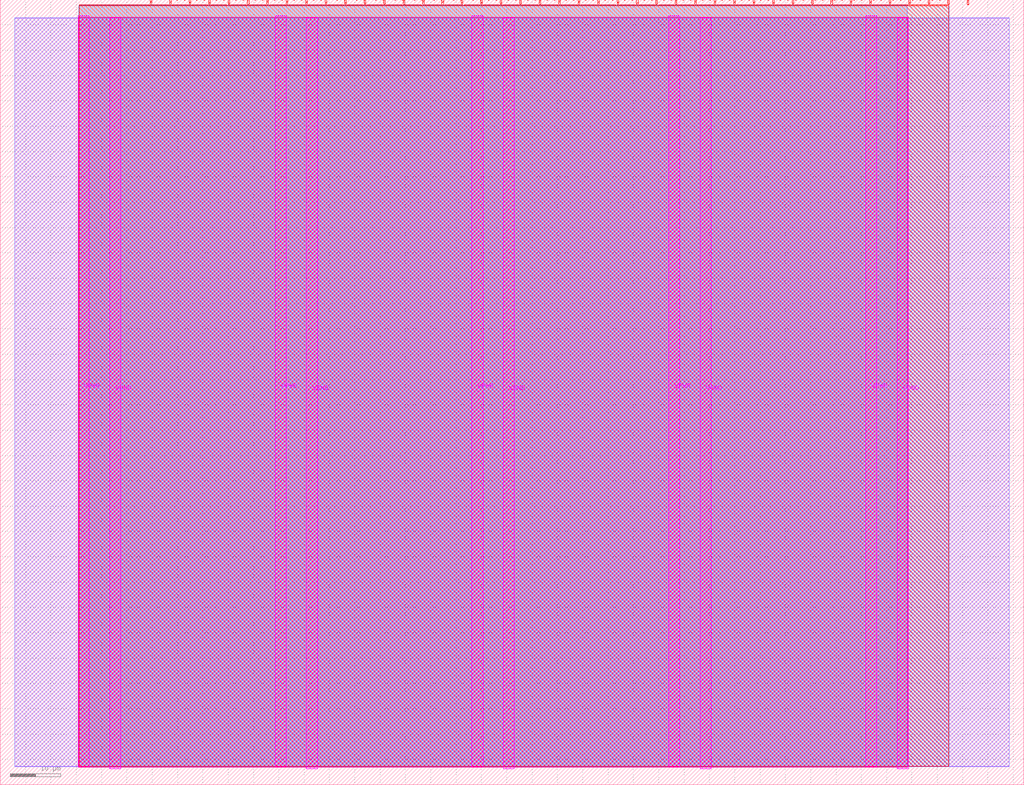
<source format=lef>
VERSION 5.7 ;
  NOWIREEXTENSIONATPIN ON ;
  DIVIDERCHAR "/" ;
  BUSBITCHARS "[]" ;
MACRO tt_um_wokwi_455291641368904705
  CLASS BLOCK ;
  FOREIGN tt_um_wokwi_455291641368904705 ;
  ORIGIN 0.000 0.000 ;
  SIZE 202.080 BY 154.980 ;
  PIN VGND
    DIRECTION INOUT ;
    USE GROUND ;
    PORT
      LAYER TopMetal1 ;
        RECT 21.580 3.150 23.780 151.420 ;
    END
    PORT
      LAYER TopMetal1 ;
        RECT 60.450 3.150 62.650 151.420 ;
    END
    PORT
      LAYER TopMetal1 ;
        RECT 99.320 3.150 101.520 151.420 ;
    END
    PORT
      LAYER TopMetal1 ;
        RECT 138.190 3.150 140.390 151.420 ;
    END
    PORT
      LAYER TopMetal1 ;
        RECT 177.060 3.150 179.260 151.420 ;
    END
  END VGND
  PIN VPWR
    DIRECTION INOUT ;
    USE POWER ;
    PORT
      LAYER TopMetal1 ;
        RECT 15.380 3.560 17.580 151.830 ;
    END
    PORT
      LAYER TopMetal1 ;
        RECT 54.250 3.560 56.450 151.830 ;
    END
    PORT
      LAYER TopMetal1 ;
        RECT 93.120 3.560 95.320 151.830 ;
    END
    PORT
      LAYER TopMetal1 ;
        RECT 131.990 3.560 134.190 151.830 ;
    END
    PORT
      LAYER TopMetal1 ;
        RECT 170.860 3.560 173.060 151.830 ;
    END
  END VPWR
  PIN clk
    DIRECTION INPUT ;
    USE SIGNAL ;
    ANTENNAGATEAREA 0.725400 ;
    PORT
      LAYER Metal4 ;
        RECT 187.050 153.980 187.350 154.980 ;
    END
  END clk
  PIN ena
    DIRECTION INPUT ;
    USE SIGNAL ;
    PORT
      LAYER Metal4 ;
        RECT 190.890 153.980 191.190 154.980 ;
    END
  END ena
  PIN rst_n
    DIRECTION INPUT ;
    USE SIGNAL ;
    PORT
      LAYER Metal4 ;
        RECT 183.210 153.980 183.510 154.980 ;
    END
  END rst_n
  PIN ui_in[0]
    DIRECTION INPUT ;
    USE SIGNAL ;
    PORT
      LAYER Metal4 ;
        RECT 179.370 153.980 179.670 154.980 ;
    END
  END ui_in[0]
  PIN ui_in[1]
    DIRECTION INPUT ;
    USE SIGNAL ;
    PORT
      LAYER Metal4 ;
        RECT 175.530 153.980 175.830 154.980 ;
    END
  END ui_in[1]
  PIN ui_in[2]
    DIRECTION INPUT ;
    USE SIGNAL ;
    PORT
      LAYER Metal4 ;
        RECT 171.690 153.980 171.990 154.980 ;
    END
  END ui_in[2]
  PIN ui_in[3]
    DIRECTION INPUT ;
    USE SIGNAL ;
    PORT
      LAYER Metal4 ;
        RECT 167.850 153.980 168.150 154.980 ;
    END
  END ui_in[3]
  PIN ui_in[4]
    DIRECTION INPUT ;
    USE SIGNAL ;
    PORT
      LAYER Metal4 ;
        RECT 164.010 153.980 164.310 154.980 ;
    END
  END ui_in[4]
  PIN ui_in[5]
    DIRECTION INPUT ;
    USE SIGNAL ;
    PORT
      LAYER Metal4 ;
        RECT 160.170 153.980 160.470 154.980 ;
    END
  END ui_in[5]
  PIN ui_in[6]
    DIRECTION INPUT ;
    USE SIGNAL ;
    PORT
      LAYER Metal4 ;
        RECT 156.330 153.980 156.630 154.980 ;
    END
  END ui_in[6]
  PIN ui_in[7]
    DIRECTION INPUT ;
    USE SIGNAL ;
    PORT
      LAYER Metal4 ;
        RECT 152.490 153.980 152.790 154.980 ;
    END
  END ui_in[7]
  PIN uio_in[0]
    DIRECTION INPUT ;
    USE SIGNAL ;
    PORT
      LAYER Metal4 ;
        RECT 148.650 153.980 148.950 154.980 ;
    END
  END uio_in[0]
  PIN uio_in[1]
    DIRECTION INPUT ;
    USE SIGNAL ;
    PORT
      LAYER Metal4 ;
        RECT 144.810 153.980 145.110 154.980 ;
    END
  END uio_in[1]
  PIN uio_in[2]
    DIRECTION INPUT ;
    USE SIGNAL ;
    PORT
      LAYER Metal4 ;
        RECT 140.970 153.980 141.270 154.980 ;
    END
  END uio_in[2]
  PIN uio_in[3]
    DIRECTION INPUT ;
    USE SIGNAL ;
    PORT
      LAYER Metal4 ;
        RECT 137.130 153.980 137.430 154.980 ;
    END
  END uio_in[3]
  PIN uio_in[4]
    DIRECTION INPUT ;
    USE SIGNAL ;
    PORT
      LAYER Metal4 ;
        RECT 133.290 153.980 133.590 154.980 ;
    END
  END uio_in[4]
  PIN uio_in[5]
    DIRECTION INPUT ;
    USE SIGNAL ;
    PORT
      LAYER Metal4 ;
        RECT 129.450 153.980 129.750 154.980 ;
    END
  END uio_in[5]
  PIN uio_in[6]
    DIRECTION INPUT ;
    USE SIGNAL ;
    PORT
      LAYER Metal4 ;
        RECT 125.610 153.980 125.910 154.980 ;
    END
  END uio_in[6]
  PIN uio_in[7]
    DIRECTION INPUT ;
    USE SIGNAL ;
    PORT
      LAYER Metal4 ;
        RECT 121.770 153.980 122.070 154.980 ;
    END
  END uio_in[7]
  PIN uio_oe[0]
    DIRECTION OUTPUT ;
    USE SIGNAL ;
    ANTENNADIFFAREA 0.299200 ;
    PORT
      LAYER Metal4 ;
        RECT 56.490 153.980 56.790 154.980 ;
    END
  END uio_oe[0]
  PIN uio_oe[1]
    DIRECTION OUTPUT ;
    USE SIGNAL ;
    ANTENNADIFFAREA 0.299200 ;
    PORT
      LAYER Metal4 ;
        RECT 52.650 153.980 52.950 154.980 ;
    END
  END uio_oe[1]
  PIN uio_oe[2]
    DIRECTION OUTPUT ;
    USE SIGNAL ;
    ANTENNADIFFAREA 0.299200 ;
    PORT
      LAYER Metal4 ;
        RECT 48.810 153.980 49.110 154.980 ;
    END
  END uio_oe[2]
  PIN uio_oe[3]
    DIRECTION OUTPUT ;
    USE SIGNAL ;
    ANTENNADIFFAREA 0.299200 ;
    PORT
      LAYER Metal4 ;
        RECT 44.970 153.980 45.270 154.980 ;
    END
  END uio_oe[3]
  PIN uio_oe[4]
    DIRECTION OUTPUT ;
    USE SIGNAL ;
    ANTENNADIFFAREA 0.299200 ;
    PORT
      LAYER Metal4 ;
        RECT 41.130 153.980 41.430 154.980 ;
    END
  END uio_oe[4]
  PIN uio_oe[5]
    DIRECTION OUTPUT ;
    USE SIGNAL ;
    ANTENNADIFFAREA 0.299200 ;
    PORT
      LAYER Metal4 ;
        RECT 37.290 153.980 37.590 154.980 ;
    END
  END uio_oe[5]
  PIN uio_oe[6]
    DIRECTION OUTPUT ;
    USE SIGNAL ;
    ANTENNADIFFAREA 0.299200 ;
    PORT
      LAYER Metal4 ;
        RECT 33.450 153.980 33.750 154.980 ;
    END
  END uio_oe[6]
  PIN uio_oe[7]
    DIRECTION OUTPUT ;
    USE SIGNAL ;
    ANTENNADIFFAREA 0.299200 ;
    PORT
      LAYER Metal4 ;
        RECT 29.610 153.980 29.910 154.980 ;
    END
  END uio_oe[7]
  PIN uio_out[0]
    DIRECTION OUTPUT ;
    USE SIGNAL ;
    ANTENNADIFFAREA 0.299200 ;
    PORT
      LAYER Metal4 ;
        RECT 87.210 153.980 87.510 154.980 ;
    END
  END uio_out[0]
  PIN uio_out[1]
    DIRECTION OUTPUT ;
    USE SIGNAL ;
    ANTENNADIFFAREA 0.299200 ;
    PORT
      LAYER Metal4 ;
        RECT 83.370 153.980 83.670 154.980 ;
    END
  END uio_out[1]
  PIN uio_out[2]
    DIRECTION OUTPUT ;
    USE SIGNAL ;
    ANTENNADIFFAREA 0.299200 ;
    PORT
      LAYER Metal4 ;
        RECT 79.530 153.980 79.830 154.980 ;
    END
  END uio_out[2]
  PIN uio_out[3]
    DIRECTION OUTPUT ;
    USE SIGNAL ;
    ANTENNADIFFAREA 0.299200 ;
    PORT
      LAYER Metal4 ;
        RECT 75.690 153.980 75.990 154.980 ;
    END
  END uio_out[3]
  PIN uio_out[4]
    DIRECTION OUTPUT ;
    USE SIGNAL ;
    ANTENNADIFFAREA 0.299200 ;
    PORT
      LAYER Metal4 ;
        RECT 71.850 153.980 72.150 154.980 ;
    END
  END uio_out[4]
  PIN uio_out[5]
    DIRECTION OUTPUT ;
    USE SIGNAL ;
    ANTENNADIFFAREA 0.299200 ;
    PORT
      LAYER Metal4 ;
        RECT 68.010 153.980 68.310 154.980 ;
    END
  END uio_out[5]
  PIN uio_out[6]
    DIRECTION OUTPUT ;
    USE SIGNAL ;
    ANTENNADIFFAREA 0.299200 ;
    PORT
      LAYER Metal4 ;
        RECT 64.170 153.980 64.470 154.980 ;
    END
  END uio_out[6]
  PIN uio_out[7]
    DIRECTION OUTPUT ;
    USE SIGNAL ;
    ANTENNADIFFAREA 0.299200 ;
    PORT
      LAYER Metal4 ;
        RECT 60.330 153.980 60.630 154.980 ;
    END
  END uio_out[7]
  PIN uo_out[0]
    DIRECTION OUTPUT ;
    USE SIGNAL ;
    ANTENNADIFFAREA 0.708600 ;
    PORT
      LAYER Metal4 ;
        RECT 117.930 153.980 118.230 154.980 ;
    END
  END uo_out[0]
  PIN uo_out[1]
    DIRECTION OUTPUT ;
    USE SIGNAL ;
    ANTENNADIFFAREA 0.708600 ;
    PORT
      LAYER Metal4 ;
        RECT 114.090 153.980 114.390 154.980 ;
    END
  END uo_out[1]
  PIN uo_out[2]
    DIRECTION OUTPUT ;
    USE SIGNAL ;
    ANTENNADIFFAREA 0.708600 ;
    PORT
      LAYER Metal4 ;
        RECT 110.250 153.980 110.550 154.980 ;
    END
  END uo_out[2]
  PIN uo_out[3]
    DIRECTION OUTPUT ;
    USE SIGNAL ;
    ANTENNADIFFAREA 0.708600 ;
    PORT
      LAYER Metal4 ;
        RECT 106.410 153.980 106.710 154.980 ;
    END
  END uo_out[3]
  PIN uo_out[4]
    DIRECTION OUTPUT ;
    USE SIGNAL ;
    ANTENNADIFFAREA 0.708600 ;
    PORT
      LAYER Metal4 ;
        RECT 102.570 153.980 102.870 154.980 ;
    END
  END uo_out[4]
  PIN uo_out[5]
    DIRECTION OUTPUT ;
    USE SIGNAL ;
    ANTENNADIFFAREA 0.708600 ;
    PORT
      LAYER Metal4 ;
        RECT 98.730 153.980 99.030 154.980 ;
    END
  END uo_out[5]
  PIN uo_out[6]
    DIRECTION OUTPUT ;
    USE SIGNAL ;
    ANTENNADIFFAREA 0.299200 ;
    PORT
      LAYER Metal4 ;
        RECT 94.890 153.980 95.190 154.980 ;
    END
  END uo_out[6]
  PIN uo_out[7]
    DIRECTION OUTPUT ;
    USE SIGNAL ;
    ANTENNADIFFAREA 0.299200 ;
    PORT
      LAYER Metal4 ;
        RECT 91.050 153.980 91.350 154.980 ;
    END
  END uo_out[7]
  OBS
      LAYER GatPoly ;
        RECT 2.880 3.630 199.200 151.350 ;
      LAYER Metal1 ;
        RECT 2.880 3.560 199.200 151.420 ;
      LAYER Metal2 ;
        RECT 15.560 3.635 179.080 153.865 ;
      LAYER Metal3 ;
        RECT 15.515 3.680 187.345 153.825 ;
      LAYER Metal4 ;
        RECT 15.560 153.770 29.400 153.980 ;
        RECT 30.120 153.770 33.240 153.980 ;
        RECT 33.960 153.770 37.080 153.980 ;
        RECT 37.800 153.770 40.920 153.980 ;
        RECT 41.640 153.770 44.760 153.980 ;
        RECT 45.480 153.770 48.600 153.980 ;
        RECT 49.320 153.770 52.440 153.980 ;
        RECT 53.160 153.770 56.280 153.980 ;
        RECT 57.000 153.770 60.120 153.980 ;
        RECT 60.840 153.770 63.960 153.980 ;
        RECT 64.680 153.770 67.800 153.980 ;
        RECT 68.520 153.770 71.640 153.980 ;
        RECT 72.360 153.770 75.480 153.980 ;
        RECT 76.200 153.770 79.320 153.980 ;
        RECT 80.040 153.770 83.160 153.980 ;
        RECT 83.880 153.770 87.000 153.980 ;
        RECT 87.720 153.770 90.840 153.980 ;
        RECT 91.560 153.770 94.680 153.980 ;
        RECT 95.400 153.770 98.520 153.980 ;
        RECT 99.240 153.770 102.360 153.980 ;
        RECT 103.080 153.770 106.200 153.980 ;
        RECT 106.920 153.770 110.040 153.980 ;
        RECT 110.760 153.770 113.880 153.980 ;
        RECT 114.600 153.770 117.720 153.980 ;
        RECT 118.440 153.770 121.560 153.980 ;
        RECT 122.280 153.770 125.400 153.980 ;
        RECT 126.120 153.770 129.240 153.980 ;
        RECT 129.960 153.770 133.080 153.980 ;
        RECT 133.800 153.770 136.920 153.980 ;
        RECT 137.640 153.770 140.760 153.980 ;
        RECT 141.480 153.770 144.600 153.980 ;
        RECT 145.320 153.770 148.440 153.980 ;
        RECT 149.160 153.770 152.280 153.980 ;
        RECT 153.000 153.770 156.120 153.980 ;
        RECT 156.840 153.770 159.960 153.980 ;
        RECT 160.680 153.770 163.800 153.980 ;
        RECT 164.520 153.770 167.640 153.980 ;
        RECT 168.360 153.770 171.480 153.980 ;
        RECT 172.200 153.770 175.320 153.980 ;
        RECT 176.040 153.770 179.160 153.980 ;
        RECT 179.880 153.770 183.000 153.980 ;
        RECT 183.720 153.770 186.840 153.980 ;
        RECT 15.560 3.635 187.300 153.770 ;
      LAYER Metal5 ;
        RECT 15.515 3.470 179.125 151.510 ;
  END
END tt_um_wokwi_455291641368904705
END LIBRARY


</source>
